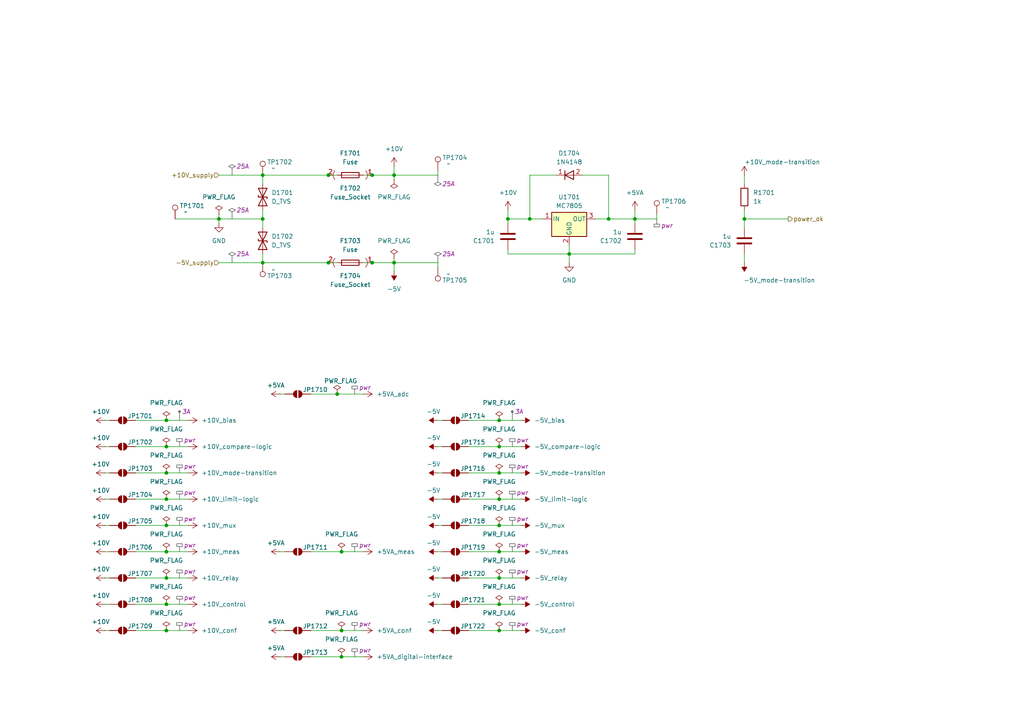
<source format=kicad_sch>
(kicad_sch (version 20231120) (generator "eeschema") (generator_version "8.0")
  (paper "A4")
  (title_block (title "Power Supply Sink") (date "2024-12-14") (rev "1.0.0") (company "Open Battery Tester") (comment 1 "Power"))
  (lib_symbols
    (symbol "Fuse_Socket_1" (pin_names (offset 0))
      (property "Reference" "F" (at -0.508 0 90))
      (property "Value" "Fuse_Socket" (at -2.54 0 90))
      (symbol "Fuse_Socket_1_1_1"
        (pin passive line (at 0 6.35 270) (length 1.27) (name "~") (number "1"))
        (pin passive line (at 0 -6.35 90) (length 1.27) (name "~") (number "2"))
      )
    )
    (symbol "pss:+10V" (power) (pin_numbers hide) (pin_names (offset 0) hide)
      (property "Value" "+10V" (at 0 3.556 0))
      (symbol "+10V_1_1"
        (pin power_in line (at 0 0 90) (length 0) (name "~") (number "1"))
      )
    )
    (symbol "pss:+10V_bias" (power) (pin_numbers hide) (pin_names (offset 0) hide)
      (property "Value" "+10V_bias" (at 0 3.556 0))
      (symbol "+10V_bias_1_1"
        (pin power_in line (at 0 0 90) (length 0) (name "~") (number "1"))
      )
    )
    (symbol "pss:+10V_compare-logic" (power) (pin_numbers hide) (pin_names (offset 0) hide)
      (property "Value" "+10V_compare-logic" (at 0 3.556 0))
      (symbol "+10V_compare-logic_1_1"
        (pin power_in line (at 0 0 90) (length 0) (name "~") (number "1"))
      )
    )
    (symbol "pss:+10V_conf" (power) (pin_numbers hide) (pin_names (offset 0) hide)
      (property "Value" "+10V_conf" (at 0 3.556 0))
      (symbol "+10V_conf_1_1"
        (pin power_in line (at 0 0 90) (length 0) (name "~") (number "1"))
      )
    )
    (symbol "pss:+10V_control" (power) (pin_numbers hide) (pin_names (offset 0) hide)
      (property "Value" "+10V_control" (at 0 3.556 0))
      (symbol "+10V_control_1_1"
        (pin power_in line (at 0 0 90) (length 0) (name "~") (number "1"))
      )
    )
    (symbol "pss:+10V_limit-logic" (power) (pin_numbers hide) (pin_names (offset 0) hide)
      (property "Value" "+10V_limit-logic" (at 0 3.556 0))
      (symbol "+10V_limit-logic_1_1"
        (pin power_in line (at 0 0 90) (length 0) (name "~") (number "1"))
      )
    )
    (symbol "pss:+10V_meas" (power) (pin_numbers hide) (pin_names (offset 0) hide)
      (property "Value" "+10V_meas" (at 0 3.556 0))
      (symbol "+10V_meas_1_1"
        (pin power_in line (at 0 0 90) (length 0) (name "~") (number "1"))
      )
    )
    (symbol "pss:+10V_mode-transition" (power) (pin_numbers hide) (pin_names (offset 0) hide)
      (property "Value" "+10V_mode-transition" (at 0 3.556 0))
      (symbol "+10V_mode-transition_1_1"
        (pin power_in line (at 0 0 90) (length 0) (name "~") (number "1"))
      )
    )
    (symbol "pss:+10V_mux" (power) (pin_numbers hide) (pin_names (offset 0) hide)
      (property "Value" "+10V_mux" (at 0 3.556 0))
      (symbol "+10V_mux_1_1"
        (pin power_in line (at 0 0 90) (length 0) (name "~") (number "1"))
      )
    )
    (symbol "pss:+10V_relay" (power) (pin_numbers hide) (pin_names (offset 0) hide)
      (property "Value" "+10V_relay" (at 0 3.556 0))
      (symbol "+10V_relay_1_1"
        (pin power_in line (at 0 0 90) (length 0) (name "~") (number "1"))
      )
    )
    (symbol "pss:+5VA" (power) (pin_numbers hide) (pin_names (offset 0) hide)
      (property "Value" "+5VA" (at 0 3.556 0))
      (symbol "+5VA_1_1"
        (pin power_in line (at 0 0 90) (length 0) (name "~") (number "1"))
      )
    )
    (symbol "pss:+5VA_adc" (power) (pin_numbers hide) (pin_names (offset 0) hide)
      (property "Value" "+5VA_adc" (at 0 3.556 0))
      (symbol "+5VA_adc_1_1"
        (pin power_in line (at 0 0 90) (length 0) (name "~") (number "1"))
      )
    )
    (symbol "pss:+5VA_conf" (power) (pin_numbers hide) (pin_names (offset 0) hide)
      (property "Value" "+5VA_conf" (at 0 3.556 0))
      (symbol "+5VA_conf_1_1"
        (pin power_in line (at 0 0 90) (length 0) (name "~") (number "1"))
      )
    )
    (symbol "pss:+5VA_digital-interface" (power) (pin_numbers hide) (pin_names (offset 0) hide)
      (property "Value" "+5VA_digital-interface" (at 0 3.556 0))
      (symbol "+5VA_digital-interface_1_1"
        (pin power_in line (at 0 0 90) (length 0) (name "~") (number "1"))
      )
    )
    (symbol "pss:+5VA_meas" (power) (pin_numbers hide) (pin_names (offset 0) hide)
      (property "Value" "+5VA_meas" (at 0 3.556 0))
      (symbol "+5VA_meas_1_1"
        (pin power_in line (at 0 0 90) (length 0) (name "~") (number "1"))
      )
    )
    (symbol "pss:-5V" (power) (pin_numbers hide) (pin_names (offset 0) hide)
      (property "Value" "-5V" (at 0 3.556 0))
      (symbol "-5V_0_0"
        (pin power_in line (at 0 0 90) (length 0) (name "~") (number "1"))
      )
    )
    (symbol "pss:-5V_bias" (power) (pin_numbers hide) (pin_names (offset 0) hide)
      (property "Value" "-5V_bias" (at 0 3.556 0))
      (symbol "-5V_bias_0_0"
        (pin power_in line (at 0 0 90) (length 0) (name "~") (number "1"))
      )
    )
    (symbol "pss:-5V_compare-logic" (power) (pin_numbers hide) (pin_names (offset 0) hide)
      (property "Value" "-5V_compare-logic" (at 0 3.556 0))
      (symbol "-5V_compare-logic_0_0"
        (pin power_in line (at 0 0 90) (length 0) (name "~") (number "1"))
      )
    )
    (symbol "pss:-5V_conf" (power) (pin_numbers hide) (pin_names (offset 0) hide)
      (property "Value" "-5V_conf" (at 0 3.556 0))
      (symbol "-5V_conf_0_0"
        (pin power_in line (at 0 0 90) (length 0) (name "~") (number "1"))
      )
    )
    (symbol "pss:-5V_control" (power) (pin_numbers hide) (pin_names (offset 0) hide)
      (property "Value" "-5V_control" (at 0 3.556 0))
      (symbol "-5V_control_0_0"
        (pin power_in line (at 0 0 90) (length 0) (name "~") (number "1"))
      )
    )
    (symbol "pss:-5V_limit-logic" (power) (pin_numbers hide) (pin_names (offset 0) hide)
      (property "Value" "-5V_limit-logic" (at 0 3.556 0))
      (symbol "-5V_limit-logic_0_0"
        (pin power_in line (at 0 0 90) (length 0) (name "~") (number "1"))
      )
    )
    (symbol "pss:-5V_meas" (power) (pin_numbers hide) (pin_names (offset 0) hide)
      (property "Value" "-5V_meas" (at 0 3.556 0))
      (symbol "-5V_meas_0_0"
        (pin power_in line (at 0 0 90) (length 0) (name "~") (number "1"))
      )
    )
    (symbol "pss:-5V_mode-transition" (power) (pin_numbers hide) (pin_names (offset 0) hide)
      (property "Value" "-5V_mode-transition" (at 0 3.556 0))
      (symbol "-5V_mode-transition_0_0"
        (pin power_in line (at 0 0 90) (length 0) (name "~") (number "1"))
      )
    )
    (symbol "pss:-5V_mux" (power) (pin_numbers hide) (pin_names (offset 0) hide)
      (property "Value" "-5V_mux" (at 0 3.556 0))
      (symbol "-5V_mux_0_0"
        (pin power_in line (at 0 0 90) (length 0) (name "~") (number "1"))
      )
    )
    (symbol "pss:-5V_relay" (power) (pin_numbers hide) (pin_names (offset 0) hide)
      (property "Value" "-5V_relay" (at 0 3.556 0))
      (symbol "-5V_relay_0_0"
        (pin power_in line (at 0 0 90) (length 0) (name "~") (number "1"))
      )
    )
    (symbol "pss:C" (pin_numbers hide) (pin_names (offset 0.254))
      (property "Reference" "C" (at 0.635 2.54 0))
      (property "Value" "C" (at 0.635 -2.54 0))
      (symbol "C_1_1"
        (pin passive line (at 0 3.81 270) (length 2.794) (name "~") (number "1"))
        (pin passive line (at 0 -3.81 90) (length 2.794) (name "~") (number "2"))
      )
    )
    (symbol "pss:D" (pin_names (offset 1.016) hide)
      (property "Reference" "D" (at 0 2.54 0))
      (property "Value" "D" (at 0 -2.54 0))
      (symbol "D_1_1"
        (pin passive line (at -3.81 0 0) (length 2.54) (name "K") (number "1"))
        (pin passive line (at 3.81 0 180) (length 2.54) (name "A") (number "2"))
      )
    )
    (symbol "pss:D_TVS" (pin_numbers hide) (pin_names (offset 1.016) hide)
      (property "Reference" "D" (at 0 2.54 0))
      (property "Value" "D_TVS" (at 0 -2.54 0))
      (symbol "D_TVS_1_1"
        (pin passive line (at -3.81 0 0) (length 2.54) (name "A1") (number "1"))
        (pin passive line (at 3.81 0 180) (length 2.54) (name "A2") (number "2"))
      )
    )
    (symbol "pss:Fuse" (pin_numbers hide) (pin_names (offset 0))
      (property "Reference" "F" (at 2.032 0 90))
      (property "Value" "Fuse" (at -1.905 0 90))
      (symbol "Fuse_1_1"
        (pin passive line (at 0 3.81 270) (length 1.27) (name "~") (number "1"))
        (pin passive line (at 0 -3.81 90) (length 1.27) (name "~") (number "2"))
      )
    )
    (symbol "pss:Fuse_Socket" (pin_names (offset 0))
      (property "Reference" "F" (at -0.508 0 90))
      (property "Value" "Fuse_Socket" (at -2.54 0 90))
      (symbol "Fuse_Socket_1_1"
        (pin passive line (at 0 6.35 270) (length 1.27) (name "~") (number "1"))
        (pin passive line (at 0 -6.35 90) (length 1.27) (name "~") (number "2"))
      )
    )
    (symbol "pss:GND" (power) (pin_numbers hide) (pin_names (offset 0) hide)
      (property "Value" "GND" (at 0 -3.81 0))
      (symbol "GND_1_1"
        (pin power_in line (at 0 0 270) (length 0) (name "~") (number "1"))
      )
    )
    (symbol "pss:MC7805" (pin_names (offset 0.254))
      (property "Reference" "U" (at -3.81 3.175 0))
      (property "Value" "MC7805" (at 0 3.175 0))
      (symbol "MC7805_1_1"
        (pin power_in line (at -7.62 0 0) (length 2.54) (name "IN") (number "1"))
        (pin power_in line (at 0 -7.62 90) (length 2.54) (name "GND") (number "2"))
        (pin power_out line (at 7.62 0 180) (length 2.54) (name "OUT") (number "3"))
      )
    )
    (symbol "pss:PWR_FLAG" (power) (pin_numbers hide) (pin_names (offset 0) hide)
      (property "Value" "PWR_FLAG" (at 0 3.81 0))
      (symbol "PWR_FLAG_0_0"
        (pin power_out line (at 0 0 90) (length 0) (name "~") (number "1"))
      )
    )
    (symbol "pss:R" (pin_numbers hide) (pin_names (offset 0))
      (property "Reference" "R" (at 2.032 0 90))
      (property "Value" "R" (at 0 0 90))
      (symbol "R_1_1"
        (pin passive line (at 0 3.81 270) (length 1.27) (name "~") (number "1"))
        (pin passive line (at 0 -3.81 90) (length 1.27) (name "~") (number "2"))
      )
    )
    (symbol "pss:SolderJumper_2_Open" (pin_numbers hide) (pin_names (offset 0) hide) (exclude_from_sim yes) (in_bom no)
      (property "Reference" "JP" (at 0 2.032 0))
      (property "Value" "SolderJumper_2_Open" (at 0 -2.54 0))
      (symbol "SolderJumper_2_Open_1_1"
        (pin passive line (at -3.81 0 0) (length 2.54) (name "A") (number "1"))
        (pin passive line (at 3.81 0 180) (length 2.54) (name "B") (number "2"))
      )
    )
    (symbol "pss:TestPoint" (pin_numbers hide) (pin_names (offset 0.762) hide)
      (property "Reference" "TP" (at 0 6.858 0))
      (property "Value" "TestPoint" (at 0 5.08 0))
      (symbol "TestPoint_1_1"
        (pin passive line (at 0 0 90) (length 2.54) (name "1") (number "1"))
      )
    )
  )
  (junction (at 48.26 175.26))
  (junction (at 114.3 76.2))
  (junction (at 48.26 167.64))
  (junction (at 48.26 129.54))
  (junction (at 99.06 182.88))
  (junction (at 95.25 50.8))
  (junction (at 144.78 121.92))
  (junction (at 144.78 152.4))
  (junction (at 107.95 50.8))
  (junction (at 215.9 63.5))
  (junction (at 48.26 137.16))
  (junction (at 144.78 167.64))
  (junction (at 147.32 63.5))
  (junction (at 107.95 76.2))
  (junction (at 95.25 76.2))
  (junction (at 63.5 63.5))
  (junction (at 76.2 63.5))
  (junction (at 76.2 50.8))
  (junction (at 144.78 129.54))
  (junction (at 76.2 76.2))
  (junction (at 144.78 144.78))
  (junction (at 144.78 160.02))
  (junction (at 144.78 175.26))
  (junction (at 97.79 114.3))
  (junction (at 114.3 50.8))
  (junction (at 48.26 121.92))
  (junction (at 99.06 190.5))
  (junction (at 144.78 182.88))
  (junction (at 48.26 144.78))
  (junction (at 153.67 63.5))
  (junction (at 144.78 137.16))
  (junction (at 165.1 73.66))
  (junction (at 184.15 63.5))
  (junction (at 48.26 160.02))
  (junction (at 99.06 160.02))
  (junction (at 48.26 182.88))
  (junction (at 48.26 152.4))
  (junction (at 176.53 63.5))
  (wire (pts (xy 144.78 144.78) (xy 151.13 144.78)))
  (wire (pts (xy 144.78 160.02) (xy 151.13 160.02)))
  (wire (pts (xy 81.28 160.02) (xy 82.55 160.02)))
  (wire (pts (xy 127 137.16) (xy 128.27 137.16)))
  (wire (pts (xy 114.3 76.2) (xy 127 76.2)))
  (wire (pts (xy 127 49.53) (xy 127 50.8)))
  (wire (pts (xy 161.29 50.8) (xy 153.67 50.8)))
  (wire (pts (xy 81.28 190.5) (xy 82.55 190.5)))
  (wire (pts (xy 63.5 64.77) (xy 63.5 63.5)))
  (wire (pts (xy 30.48 175.26) (xy 31.75 175.26)))
  (wire (pts (xy 105.41 50.8) (xy 107.95 50.8)))
  (wire (pts (xy 81.28 114.3) (xy 82.55 114.3)))
  (wire (pts (xy 76.2 63.5) (xy 76.2 66.04)))
  (wire (pts (xy 76.2 50.8) (xy 95.25 50.8)))
  (wire (pts (xy 144.78 121.92) (xy 151.13 121.92)))
  (wire (pts (xy 114.3 74.93) (xy 114.3 76.2)))
  (wire (pts (xy 168.91 50.8) (xy 176.53 50.8)))
  (wire (pts (xy 39.37 144.78) (xy 48.26 144.78)))
  (wire (pts (xy 127 77.47) (xy 127 76.2)))
  (wire (pts (xy 48.26 152.4) (xy 54.61 152.4)))
  (wire (pts (xy 165.1 73.66) (xy 165.1 76.2)))
  (wire (pts (xy 30.48 152.4) (xy 31.75 152.4)))
  (wire (pts (xy 127 167.64) (xy 128.27 167.64)))
  (wire (pts (xy 99.06 182.88) (xy 105.41 182.88)))
  (wire (pts (xy 135.89 182.88) (xy 144.78 182.88)))
  (wire (pts (xy 81.28 182.88) (xy 82.55 182.88)))
  (wire (pts (xy 144.78 137.16) (xy 151.13 137.16)))
  (wire (pts (xy 39.37 152.4) (xy 48.26 152.4)))
  (wire (pts (xy 95.25 76.2) (xy 97.79 76.2)))
  (wire (pts (xy 76.2 50.8) (xy 63.5 50.8)))
  (wire (pts (xy 165.1 71.12) (xy 165.1 73.66)))
  (wire (pts (xy 165.1 73.66) (xy 147.32 73.66)))
  (wire (pts (xy 63.5 76.2) (xy 76.2 76.2)))
  (wire (pts (xy 144.78 175.26) (xy 151.13 175.26)))
  (wire (pts (xy 90.17 182.88) (xy 99.06 182.88)))
  (wire (pts (xy 50.8 63.5) (xy 63.5 63.5)))
  (wire (pts (xy 215.9 63.5) (xy 215.9 66.04)))
  (wire (pts (xy 90.17 114.3) (xy 97.79 114.3)))
  (wire (pts (xy 39.37 182.88) (xy 48.26 182.88)))
  (wire (pts (xy 76.2 50.8) (xy 76.2 53.34)))
  (wire (pts (xy 190.5 63.5) (xy 184.15 63.5)))
  (wire (pts (xy 97.79 114.3) (xy 105.41 114.3)))
  (wire (pts (xy 48.26 167.64) (xy 54.61 167.64)))
  (wire (pts (xy 30.48 137.16) (xy 31.75 137.16)))
  (wire (pts (xy 135.89 167.64) (xy 144.78 167.64)))
  (wire (pts (xy 184.15 73.66) (xy 165.1 73.66)))
  (wire (pts (xy 30.48 167.64) (xy 31.75 167.64)))
  (wire (pts (xy 153.67 63.5) (xy 147.32 63.5)))
  (wire (pts (xy 30.48 129.54) (xy 31.75 129.54)))
  (wire (pts (xy 30.48 121.92) (xy 31.75 121.92)))
  (wire (pts (xy 48.26 121.92) (xy 54.61 121.92)))
  (wire (pts (xy 127 144.78) (xy 128.27 144.78)))
  (wire (pts (xy 176.53 63.5) (xy 184.15 63.5)))
  (wire (pts (xy 114.3 48.26) (xy 114.3 50.8)))
  (wire (pts (xy 184.15 64.77) (xy 184.15 63.5)))
  (wire (pts (xy 127 129.54) (xy 128.27 129.54)))
  (wire (pts (xy 127 175.26) (xy 128.27 175.26)))
  (wire (pts (xy 147.32 73.66) (xy 147.32 72.39)))
  (wire (pts (xy 76.2 76.2) (xy 95.25 76.2)))
  (wire (pts (xy 127 182.88) (xy 128.27 182.88)))
  (wire (pts (xy 157.48 63.5) (xy 153.67 63.5)))
  (wire (pts (xy 39.37 175.26) (xy 48.26 175.26)))
  (wire (pts (xy 99.06 160.02) (xy 90.17 160.02)))
  (wire (pts (xy 127 152.4) (xy 128.27 152.4)))
  (wire (pts (xy 48.26 182.88) (xy 54.61 182.88)))
  (wire (pts (xy 90.17 190.5) (xy 99.06 190.5)))
  (wire (pts (xy 184.15 72.39) (xy 184.15 73.66)))
  (wire (pts (xy 144.78 182.88) (xy 151.13 182.88)))
  (wire (pts (xy 30.48 182.88) (xy 31.75 182.88)))
  (wire (pts (xy 147.32 63.5) (xy 147.32 64.77)))
  (wire (pts (xy 39.37 160.02) (xy 48.26 160.02)))
  (wire (pts (xy 135.89 137.16) (xy 144.78 137.16)))
  (wire (pts (xy 135.89 144.78) (xy 144.78 144.78)))
  (wire (pts (xy 63.5 63.5) (xy 76.2 63.5)))
  (wire (pts (xy 48.26 144.78) (xy 54.61 144.78)))
  (wire (pts (xy 99.06 190.5) (xy 105.41 190.5)))
  (wire (pts (xy 39.37 121.92) (xy 48.26 121.92)))
  (wire (pts (xy 127 50.8) (xy 114.3 50.8)))
  (wire (pts (xy 215.9 50.8) (xy 215.9 53.34)))
  (wire (pts (xy 48.26 160.02) (xy 54.61 160.02)))
  (wire (pts (xy 135.89 152.4) (xy 144.78 152.4)))
  (wire (pts (xy 215.9 63.5) (xy 228.6 63.5)))
  (wire (pts (xy 107.95 50.8) (xy 114.3 50.8)))
  (wire (pts (xy 184.15 60.96) (xy 184.15 63.5)))
  (wire (pts (xy 95.25 50.8) (xy 97.79 50.8)))
  (wire (pts (xy 190.5 62.23) (xy 190.5 63.5)))
  (wire (pts (xy 39.37 167.64) (xy 48.26 167.64)))
  (wire (pts (xy 127 160.02) (xy 128.27 160.02)))
  (wire (pts (xy 147.32 60.96) (xy 147.32 63.5)))
  (wire (pts (xy 215.9 73.66) (xy 215.9 76.2)))
  (wire (pts (xy 48.26 129.54) (xy 54.61 129.54)))
  (wire (pts (xy 105.41 160.02) (xy 99.06 160.02)))
  (wire (pts (xy 48.26 137.16) (xy 54.61 137.16)))
  (wire (pts (xy 107.95 76.2) (xy 114.3 76.2)))
  (wire (pts (xy 144.78 129.54) (xy 151.13 129.54)))
  (wire (pts (xy 105.41 76.2) (xy 107.95 76.2)))
  (wire (pts (xy 30.48 144.78) (xy 31.75 144.78)))
  (wire (pts (xy 153.67 50.8) (xy 153.67 63.5)))
  (wire (pts (xy 144.78 167.64) (xy 151.13 167.64)))
  (wire (pts (xy 63.5 62.23) (xy 63.5 63.5)))
  (wire (pts (xy 135.89 175.26) (xy 144.78 175.26)))
  (wire (pts (xy 48.26 175.26) (xy 54.61 175.26)))
  (wire (pts (xy 172.72 63.5) (xy 176.53 63.5)))
  (wire (pts (xy 135.89 160.02) (xy 144.78 160.02)))
  (wire (pts (xy 39.37 137.16) (xy 48.26 137.16)))
  (wire (pts (xy 127 121.92) (xy 128.27 121.92)))
  (wire (pts (xy 135.89 121.92) (xy 144.78 121.92)))
  (wire (pts (xy 144.78 152.4) (xy 151.13 152.4)))
  (wire (pts (xy 39.37 129.54) (xy 48.26 129.54)))
  (wire (pts (xy 76.2 60.96) (xy 76.2 63.5)))
  (wire (pts (xy 114.3 76.2) (xy 114.3 78.74)))
  (wire (pts (xy 30.48 160.02) (xy 31.75 160.02)))
  (wire (pts (xy 114.3 50.8) (xy 114.3 52.07)))
  (wire (pts (xy 135.89 129.54) (xy 144.78 129.54)))
  (wire (pts (xy 215.9 60.96) (xy 215.9 63.5)))
  (wire (pts (xy 176.53 50.8) (xy 176.53 63.5)))
  (wire (pts (xy 76.2 73.66) (xy 76.2 76.2)))
  (hierarchical_label "-5V_supply" (shape input) (at 63.5 76.2 180))
  (hierarchical_label "power_ok" (shape output) (at 228.6 63.5 0))
  (hierarchical_label "+10V_supply" (shape input) (at 63.5 50.8 180))
  (netclass_flag "" (length 1.905) (shape rectangle) (at 148.59 175.26 0) (property "Netclass" "pwr" (at 149.7965 173.355 0) (effects (font (italic yes)) (justify left))))
  (netclass_flag "" (length 1.905) (shape rectangle) (at 52.07 182.88 0) (property "Netclass" "pwr" (at 53.2765 180.975 0) (effects (font (italic yes)) (justify left))))
  (netclass_flag "" (length 1.905) (shape rectangle) (at 52.07 152.4 0) (property "Netclass" "pwr" (at 53.2765 150.495 0) (effects (font (italic yes)) (justify left))))
  (netclass_flag "" (length 1.905) (shape rectangle) (at 148.59 182.88 0) (property "Netclass" "pwr" (at 149.7965 180.975 0) (effects (font (italic yes)) (justify left))))
  (netclass_flag "" (length 1.905) (shape rectangle) (at 52.07 160.02 0) (property "Netclass" "pwr" (at 53.2765 158.115 0) (effects (font (italic yes)) (justify left))))
  (netclass_flag "" (length 1.905) (shape rectangle) (at 148.59 129.54 0) (property "Netclass" "pwr" (at 149.7965 127.635 0) (effects (font (italic yes)) (justify left))))
  (netclass_flag "" (length 1.905) (shape rectangle) (at 52.07 129.54 0) (property "Netclass" "pwr" (at 53.2765 127.635 0) (effects (font (italic yes)) (justify left))))
  (netclass_flag "" (length 1.905) (shape rectangle) (at 102.87 114.3 0) (property "Netclass" "pwr" (at 104.0765 112.395 0) (effects (font (italic yes)) (justify left))))
  (netclass_flag "" (length 1.905) (shape rectangle) (at 52.07 167.64 0) (property "Netclass" "pwr" (at 53.2765 165.735 0) (effects (font (italic yes)) (justify left))))
  (netclass_flag "" (length 2.54) (shape diamond) (at 67.31 76.2 0) (property "Netclass" "25A" (at 68.5165 73.66 0) (effects (font (italic yes)) (justify left))))
  (netclass_flag "" (length 1.905) (shape rectangle) (at 52.07 175.26 0) (property "Netclass" "pwr" (at 53.2765 173.355 0) (effects (font (italic yes)) (justify left))))
  (netclass_flag "" (length 1.905) (shape rectangle) (at 102.87 182.88 0) (property "Netclass" "pwr" (at 104.0765 180.975 0) (effects (font (italic yes)) (justify left))))
  (netclass_flag "" (length 1.905) (shape rectangle) (at 148.59 152.4 0) (property "Netclass" "pwr" (at 149.7965 150.495 0) (effects (font (italic yes)) (justify left))))
  (netclass_flag "" (length 1.905) (shape rectangle) (at 52.07 144.78 0) (property "Netclass" "pwr" (at 53.2765 142.875 0) (effects (font (italic yes)) (justify left))))
  (netclass_flag "" (length 1.905) (shape rectangle) (at 190.5 63.5 180) (property "Netclass" "pwr" (at 191.7065 65.405 0) (effects (font (italic yes)) (justify left))))
  (netclass_flag "" (length 1.905) (shape rectangle) (at 148.59 137.16 0) (property "Netclass" "pwr" (at 149.7965 135.255 0) (effects (font (italic yes)) (justify left))))
  (netclass_flag "" (length 1.905) (shape rectangle) (at 52.07 137.16 0) (property "Netclass" "pwr" (at 53.2765 135.255 0) (effects (font (italic yes)) (justify left))))
  (netclass_flag "" (length 1.905) (shape rectangle) (at 148.59 144.78 0) (property "Netclass" "pwr" (at 149.7965 142.875 0) (effects (font (italic yes)) (justify left))))
  (netclass_flag "" (length 2.54) (shape dot) (at 148.59 121.92 0) (property "Netclass" "3A" (at 149.2885 119.38 0) (effects (font (italic yes)) (justify left))))
  (netclass_flag "" (length 2.54) (shape diamond) (at 67.31 50.8 0) (property "Netclass" "25A" (at 68.5165 48.26 0) (effects (font (italic yes)) (justify left))))
  (netclass_flag "" (length 2.54) (shape diamond) (at 127 50.8 180) (property "Netclass" "25A" (at 128.2065 53.34 0) (effects (font (italic yes)) (justify left))))
  (netclass_flag "" (length 1.905) (shape rectangle) (at 102.87 160.02 0) (property "Netclass" "pwr" (at 104.0765 158.115 0) (effects (font (italic yes)) (justify left))))
  (netclass_flag "" (length 2.54) (shape dot) (at 52.07 121.92 0) (property "Netclass" "3A" (at 52.7685 119.38 0) (effects (font (italic yes)) (justify left))))
  (netclass_flag "" (length 1.905) (shape rectangle) (at 148.59 160.02 0) (property "Netclass" "pwr" (at 149.7965 158.115 0) (effects (font (italic yes)) (justify left))))
  (netclass_flag "" (length 1.905) (shape rectangle) (at 148.59 167.64 0) (property "Netclass" "pwr" (at 149.7965 165.735 0) (effects (font (italic yes)) (justify left))))
  (netclass_flag "" (length 2.54) (shape diamond) (at 127 76.2 0) (property "Netclass" "25A" (at 128.2065 73.66 0) (effects (font (italic yes)) (justify left))))
  (netclass_flag "" (length 1.905) (shape rectangle) (at 102.87 190.5 0) (property "Netclass" "pwr" (at 104.0765 188.595 0) (effects (font (italic yes)) (justify left))))
  (netclass_flag "" (length 2.54) (shape diamond) (at 67.31 63.5 0) (property "Netclass" "25A" (at 68.5165 60.96 0) (effects (font (italic yes)) (justify left))))
  (symbol (lib_id "pss:-5V") (at 127 160.02 90) (unit 1)
    (property "Reference" "#PWR01735" (effects (hide yes)))
    (property "Value" "-5V" (at 125.73 157.48 90))
    (property "Description" "Power symbol creates a global label with name \"-5V\"" (effects (hide yes)))
  )
  (symbol (lib_id "pss:SolderJumper_2_Open") (at 86.36 160.02 0) (unit 1) (exclude_from_sim yes) (in_bom no)
    (property "Reference" "JP1711" (at 91.44 158.75 0))
    (property "Value" "SolderJumper_2_Open" (effects (hide yes)))
    (property "Footprint" "pss:SolderJumper-2_P1.3mm_Open_RoundedPad1.0x1.5mm" (effects (hide yes)))
    (property "Description" "Solder Jumper, 2-pole, open" (effects (hide yes)))
  )
  (symbol (lib_id "pss:TestPoint") (at 50.8 63.5 0) (unit 1)
    (property "Reference" "TP1701" (at 52.07 59.69 0) (effects (justify left)))
    (property "Value" "~" (at 53.34 61.4679 0) (effects (justify left)))
    (property "Footprint" "pss:TP_0805_2012Metric" (effects (hide yes)))
    (property "Datasheet" "./datasheet/RCTCTE.pdf" (effects (hide yes)))
    (property "Description" "test point" (effects (hide yes)))
    (property "MPN" "RCTCTE" (effects (hide yes)))
    (property "VPN" "660-RCTCTE" (effects (hide yes)))
  )
  (symbol (lib_id "pss:SolderJumper_2_Open") (at 132.08 137.16 0) (unit 1) (exclude_from_sim yes) (in_bom no)
    (property "Reference" "JP1716" (at 137.16 135.89 0))
    (property "Value" "SolderJumper_2_Open" (effects (hide yes)))
    (property "Footprint" "pss:SolderJumper-2_P1.3mm_Open_RoundedPad1.0x1.5mm" (effects (hide yes)))
    (property "Description" "Solder Jumper, 2-pole, open" (effects (hide yes)))
  )
  (symbol (lib_id "pss:-5V") (at 127 167.64 90) (unit 1)
    (property "Reference" "#PWR01736" (effects (hide yes)))
    (property "Value" "-5V" (at 125.73 165.1 90))
    (property "Description" "Power symbol creates a global label with name \"-5V\"" (effects (hide yes)))
  )
  (symbol (lib_id "pss:+10V_conf") (at 54.61 182.88 270) (unit 1)
    (property "Reference" "#PWR01718" (effects (hide yes)))
    (property "Value" "+10V_conf" (at 58.42 182.8799 90) (effects (justify left)))
  )
  (symbol (lib_id "pss:PWR_FLAG") (at 48.26 152.4 0) (unit 1)
    (property "Reference" "#FLG01705" (effects (hide yes)))
    (property "Value" "PWR_FLAG" (at 48.26 147.32 0))
    (property "Description" "Special symbol for telling ERC where power comes from" (effects (hide yes)))
  )
  (symbol (lib_id "pss:D_TVS") (at 76.2 57.15 90) (unit 1)
    (property "Reference" "D1701" (at 78.74 55.8799 90) (effects (justify right)))
    (property "Value" "D_TVS" (at 78.74 58.4199 90) (effects (justify right)))
    (property "Footprint" "pss:D_SOD-323_HandSoldering" (effects (hide yes)))
    (property "Datasheet" "./datasheet/UDD32C15L01.pdf" (effects (hide yes)))
    (property "Description" "Bidirectional transient-voltage-suppression diode" (effects (hide yes)))
    (property "MPN" "UDD32C15L01" (effects (hide yes)))
    (property "VPN" "603-UDD32C15L01" (effects (hide yes)))
  )
  (symbol (lib_id "pss:SolderJumper_2_Open") (at 132.08 144.78 0) (unit 1) (exclude_from_sim yes) (in_bom no)
    (property "Reference" "JP1717" (at 137.16 143.51 0))
    (property "Value" "SolderJumper_2_Open" (effects (hide yes)))
    (property "Footprint" "pss:SolderJumper-2_P1.3mm_Open_RoundedPad1.0x1.5mm" (effects (hide yes)))
    (property "Description" "Solder Jumper, 2-pole, open" (effects (hide yes)))
  )
  (symbol (lib_id "pss:-5V_conf") (at 151.13 182.88 270) (unit 1)
    (property "Reference" "#PWR01747" (effects (hide yes)))
    (property "Value" "-5V_conf" (at 154.94 182.8799 90) (effects (justify left)))
  )
  (symbol (lib_id "pss:SolderJumper_2_Open") (at 35.56 182.88 0) (unit 1) (exclude_from_sim yes) (in_bom no)
    (property "Reference" "JP1709" (at 40.64 181.61 0))
    (property "Value" "SolderJumper_2_Open" (effects (hide yes)))
    (property "Footprint" "pss:SolderJumper-2_P1.3mm_Open_RoundedPad1.0x1.5mm" (effects (hide yes)))
    (property "Description" "Solder Jumper, 2-pole, open" (effects (hide yes)))
  )
  (symbol (lib_id "pss:-5V") (at 127 152.4 90) (unit 1)
    (property "Reference" "#PWR01734" (effects (hide yes)))
    (property "Value" "-5V" (at 125.73 149.86 90))
    (property "Description" "Power symbol creates a global label with name \"-5V\"" (effects (hide yes)))
  )
  (symbol (lib_id "pss:-5V") (at 127 137.16 90) (unit 1)
    (property "Reference" "#PWR01732" (effects (hide yes)))
    (property "Value" "-5V" (at 125.73 134.62 90))
    (property "Description" "Power symbol creates a global label with name \"-5V\"" (effects (hide yes)))
  )
  (symbol (lib_id "pss:-5V_limit-logic") (at 220.98 -45.72 0) (unit 1)
    (property "Reference" "#PWR01754" (effects (hide yes)))
    (property "Value" "-5V_limit-logic" (at 220.9799 -49.53 90) (effects (justify left)))
  )
  (symbol (lib_id "pss:TestPoint") (at 76.2 50.8 0) (unit 1)
    (property "Reference" "TP1702" (at 77.47 46.99 0) (effects (justify left)))
    (property "Value" "~" (at 78.74 48.7679 0) (effects (justify left)))
    (property "Footprint" "pss:TP_0805_2012Metric" (effects (hide yes)))
    (property "Datasheet" "./datasheet/RCTCTE.pdf" (effects (hide yes)))
    (property "Description" "test point" (effects (hide yes)))
    (property "MPN" "RCTCTE" (effects (hide yes)))
    (property "VPN" "660-RCTCTE" (effects (hide yes)))
  )
  (symbol (lib_id "pss:PWR_FLAG") (at 48.26 137.16 0) (unit 1)
    (property "Reference" "#FLG01703" (effects (hide yes)))
    (property "Value" "PWR_FLAG" (at 48.26 132.08 0))
    (property "Description" "Special symbol for telling ERC where power comes from" (effects (hide yes)))
  )
  (symbol (lib_id "pss:C") (at 215.9 69.85 180) (unit 1)
    (property "Reference" "C1703" (at 212.09 71.1201 0) (effects (justify left)))
    (property "Value" "1u" (at 212.09 68.5801 0) (effects (justify left)))
    (property "Footprint" "pss:C_0603_1608Metric_Pad1.08x0.95mm_HandSolder" (effects (hide yes)))
    (property "Datasheet" "./datasheet/C_SMD_X7R_Kemet.pdf" (effects (hide yes)))
    (property "Description" "Unpolarized capacitor" (effects (hide yes)))
    (property "MPN" "C0603C105K4RACTU" (effects (hide yes)))
    (property "VPN" "80-C0603C105K4R" (effects (hide yes)))
  )
  (symbol (lib_id "pss:GND") (at 63.5 64.77 0) (unit 1)
    (property "Reference" "#PWR01719" (effects (hide yes)))
    (property "Value" "GND" (at 63.5 69.85 0))
    (property "Description" "Power symbol creates a global label with name \"GND\" , ground" (effects (hide yes)))
  )
  (symbol (lib_id "pss:+10V_bias") (at 54.61 121.92 270) (unit 1)
    (property "Reference" "#PWR01710" (effects (hide yes)))
    (property "Value" "+10V_bias" (at 58.42 121.9199 90) (effects (justify left)))
  )
  (symbol (lib_id "pss:D") (at 165.1 50.8 0) (unit 1)
    (property "Reference" "D1704" (at 165.1 44.45 0))
    (property "Value" "1N4148" (at 165.1 46.99 0))
    (property "Footprint" "pss:D_SOD-123" (effects (hide yes)))
    (property "Datasheet" "./datasheet/1N4148W-7-F.pdf" (effects (hide yes)))
    (property "Description" "Diode" (effects (hide yes)))
    (property "Sim.Device" "D" (effects (hide yes)))
    (property "Sim.Pins" "1=K 2=A" (effects (hide yes)))
    (property "MPN" "1N4148W-7-F" (effects (hide yes)))
    (property "VPN" "621-1N4148W-F" (effects (hide yes)))
  )
  (symbol (lib_id "pss:PWR_FLAG") (at 48.26 160.02 0) (unit 1)
    (property "Reference" "#FLG01706" (effects (hide yes)))
    (property "Value" "PWR_FLAG" (at 48.26 154.94 0))
    (property "Description" "Special symbol for telling ERC where power comes from" (effects (hide yes)))
  )
  (symbol (lib_id "pss:PWR_FLAG") (at 99.06 160.02 0) (unit 1)
    (property "Reference" "#FLG01712" (effects (hide yes)))
    (property "Value" "PWR_FLAG" (at 99.06 154.94 0))
    (property "Description" "Special symbol for telling ERC where power comes from" (effects (hide yes)))
  )
  (symbol (lib_id "pss:-5V") (at 127 175.26 90) (unit 1)
    (property "Reference" "#PWR01737" (effects (hide yes)))
    (property "Value" "-5V" (at 125.73 172.72 90))
    (property "Description" "Power symbol creates a global label with name \"-5V\"" (effects (hide yes)))
  )
  (symbol (lib_id "pss:SolderJumper_2_Open") (at 86.36 114.3 0) (unit 1) (exclude_from_sim yes) (in_bom no)
    (property "Reference" "JP1710" (at 91.44 113.03 0))
    (property "Value" "SolderJumper_2_Open" (effects (hide yes)))
    (property "Footprint" "pss:SolderJumper-2_P1.3mm_Open_RoundedPad1.0x1.5mm" (effects (hide yes)))
    (property "Description" "Solder Jumper, 2-pole, open" (effects (hide yes)))
  )
  (symbol (lib_id "pss:TestPoint") (at 127 49.53 0) (unit 1)
    (property "Reference" "TP1704" (at 128.27 45.72 0) (effects (justify left)))
    (property "Value" "~" (at 129.54 47.4979 0) (effects (justify left)))
    (property "Footprint" "pss:TP_0805_2012Metric" (effects (hide yes)))
    (property "Datasheet" "./datasheet/RCTCTE.pdf" (effects (hide yes)))
    (property "Description" "test point" (effects (hide yes)))
    (property "MPN" "RCTCTE" (effects (hide yes)))
    (property "VPN" "660-RCTCTE" (effects (hide yes)))
  )
  (symbol (lib_id "pss:+10V") (at 30.48 160.02 90) (unit 1)
    (property "Reference" "#PWR01706" (effects (hide yes)))
    (property "Value" "+10V" (at 29.21 157.48 90))
    (property "Description" "Power symbol creates a global label with name \"+10V\"" (effects (hide yes)))
  )
  (symbol (lib_id "pss:SolderJumper_2_Open") (at 35.56 121.92 0) (unit 1) (exclude_from_sim yes) (in_bom no)
    (property "Reference" "JP1701" (at 40.64 120.65 0))
    (property "Value" "SolderJumper_2_Open" (effects (hide yes)))
    (property "Footprint" "pss:SolderJumper-2_P1.3mm_Open_RoundedPad1.0x1.5mm" (effects (hide yes)))
    (property "Description" "Solder Jumper, 2-pole, open" (effects (hide yes)))
  )
  (symbol (lib_id "pss:PWR_FLAG") (at 144.78 152.4 0) (unit 1)
    (property "Reference" "#FLG01721" (effects (hide yes)))
    (property "Value" "PWR_FLAG" (at 144.78 147.32 0))
    (property "Description" "Special symbol for telling ERC where power comes from" (effects (hide yes)))
  )
  (symbol (lib_id "pss:+5VA") (at 81.28 160.02 90) (unit 1)
    (property "Reference" "#PWR01721" (effects (hide yes)))
    (property "Value" "+5VA" (at 80.01 157.48 90))
    (property "Description" "Power symbol creates a global label with name \"+5VA\"" (effects (hide yes)))
  )
  (symbol (lib_id "pss:-5V_meas") (at 151.13 160.02 270) (unit 1)
    (property "Reference" "#PWR01744" (effects (hide yes)))
    (property "Value" "-5V_meas" (at 154.94 160.0199 90) (effects (justify left)))
  )
  (symbol (lib_id "pss:-5V") (at 127 129.54 90) (unit 1)
    (property "Reference" "#PWR01731" (effects (hide yes)))
    (property "Value" "-5V" (at 125.73 127 90))
    (property "Description" "Power symbol creates a global label with name \"-5V\"" (effects (hide yes)))
  )
  (symbol (lib_id "pss:+5VA") (at 81.28 182.88 90) (unit 1)
    (property "Reference" "#PWR01722" (effects (hide yes)))
    (property "Value" "+5VA" (at 80.01 180.34 90))
    (property "Description" "Power symbol creates a global label with name \"+5VA\"" (effects (hide yes)))
  )
  (symbol (lib_id "pss:Fuse") (at 101.6 50.8 90) (unit 1) (on_board no)
    (property "Reference" "F1701" (at 101.6 44.45 90))
    (property "Value" "Fuse" (at 101.6 46.99 90))
    (property "Datasheet" "./datasheet/0287030.PXCN.pdf" (effects (hide yes)))
    (property "Description" "Fuse" (effects (hide yes)))
    (property "MPN" "0287030.PXCN" (effects (hide yes)))
    (property "VPN" "576-0287030.PXCN" (effects (hide yes)))
  )
  (symbol (lib_id "pss:-5V_control") (at 151.13 175.26 270) (unit 1)
    (property "Reference" "#PWR01746" (effects (hide yes)))
    (property "Value" "-5V_control" (at 154.94 175.2599 90) (effects (justify left)))
  )
  (symbol (lib_id "pss:PWR_FLAG") (at 48.26 175.26 0) (unit 1)
    (property "Reference" "#FLG01708" (effects (hide yes)))
    (property "Value" "PWR_FLAG" (at 48.26 170.18 0))
    (property "Description" "Special symbol for telling ERC where power comes from" (effects (hide yes)))
  )
  (symbol (lib_id "pss:+5VA_meas") (at 105.41 160.02 270) (unit 1)
    (property "Reference" "#PWR01725" (effects (hide yes)))
    (property "Value" "+5VA_meas" (at 109.22 160.0199 90) (effects (justify left)))
  )
  (symbol (lib_id "pss:R") (at 215.9 57.15 180) (unit 1)
    (property "Reference" "R1701" (at 218.44 55.8799 0) (effects (justify right)))
    (property "Value" "1k" (at 218.44 58.4199 0) (effects (justify right)))
    (property "Footprint" "pss:R_1210_3225Metric_Pad1.30x2.65mm_HandSolder" (effects (hide yes)))
    (property "Datasheet" "./datasheet/R_SMD_Yageo.pdf" (effects (hide yes)))
    (property "Description" "Resistor" (effects (hide yes)))
    (property "MPN" "RC1210FR-071KL" (effects (hide yes)))
    (property "VPN" "603-RC1210FR-071KL" (effects (hide yes)))
  )
  (symbol (lib_id "pss:SolderJumper_2_Open") (at 132.08 152.4 0) (unit 1) (exclude_from_sim yes) (in_bom no)
    (property "Reference" "JP1718" (at 137.16 151.13 0))
    (property "Value" "SolderJumper_2_Open" (effects (hide yes)))
    (property "Footprint" "pss:SolderJumper-2_P1.3mm_Open_RoundedPad1.0x1.5mm" (effects (hide yes)))
    (property "Description" "Solder Jumper, 2-pole, open" (effects (hide yes)))
  )
  (symbol (lib_id "pss:+5VA_adc") (at 105.41 114.3 270) (unit 1)
    (property "Reference" "#PWR01724" (effects (hide yes)))
    (property "Value" "+5VA_adc" (at 109.22 114.2999 90) (effects (justify left)))
  )
  (symbol (lib_id "pss:+10V") (at 114.3 48.26 0) (unit 1)
    (property "Reference" "#PWR01728" (effects (hide yes)))
    (property "Value" "+10V" (at 114.3 43.18 0))
    (property "Description" "Power symbol creates a global label with name \"+10V\"" (effects (hide yes)))
  )
  (symbol (lib_id "pss:-5V") (at 127 121.92 90) (unit 1)
    (property "Reference" "#PWR01730" (effects (hide yes)))
    (property "Value" "-5V" (at 125.73 119.38 90))
    (property "Description" "Power symbol creates a global label with name \"-5V\"" (effects (hide yes)))
  )
  (symbol (lib_id "pss:SolderJumper_2_Open") (at 35.56 144.78 0) (unit 1) (exclude_from_sim yes) (in_bom no)
    (property "Reference" "JP1704" (at 40.64 143.51 0))
    (property "Value" "SolderJumper_2_Open" (effects (hide yes)))
    (property "Footprint" "pss:SolderJumper-2_P1.3mm_Open_RoundedPad1.0x1.5mm" (effects (hide yes)))
    (property "Description" "Solder Jumper, 2-pole, open" (effects (hide yes)))
  )
  (symbol (lib_id "pss:+10V_meas") (at 54.61 160.02 270) (unit 1)
    (property "Reference" "#PWR01715" (effects (hide yes)))
    (property "Value" "+10V_meas" (at 58.42 160.0199 90) (effects (justify left)))
  )
  (symbol (lib_id "pss:SolderJumper_2_Open") (at 86.36 190.5 0) (unit 1) (exclude_from_sim yes) (in_bom no)
    (property "Reference" "JP1713" (at 91.44 189.23 0))
    (property "Value" "SolderJumper_2_Open" (effects (hide yes)))
    (property "Footprint" "pss:SolderJumper-2_P1.3mm_Open_RoundedPad1.0x1.5mm" (effects (hide yes)))
    (property "Description" "Solder Jumper, 2-pole, open" (effects (hide yes)))
  )
  (symbol (lib_id "pss:SolderJumper_2_Open") (at 132.08 167.64 0) (unit 1) (exclude_from_sim yes) (in_bom no)
    (property "Reference" "JP1720" (at 137.16 166.37 0))
    (property "Value" "SolderJumper_2_Open" (effects (hide yes)))
    (property "Footprint" "pss:SolderJumper-2_P1.3mm_Open_RoundedPad1.0x1.5mm" (effects (hide yes)))
    (property "Description" "Solder Jumper, 2-pole, open" (effects (hide yes)))
  )
  (symbol (lib_id "pss:PWR_FLAG") (at 144.78 160.02 0) (unit 1)
    (property "Reference" "#FLG01722" (effects (hide yes)))
    (property "Value" "PWR_FLAG" (at 144.78 154.94 0))
    (property "Description" "Special symbol for telling ERC where power comes from" (effects (hide yes)))
  )
  (symbol (lib_id "pss:+10V_mode-transition") (at 215.9 50.8 0) (unit 1)
    (property "Reference" "#PWR01751" (effects (hide yes)))
    (property "Value" "+10V_mode-transition" (at 215.8999 46.99 0) (effects (justify left)))
  )
  (symbol (lib_id "pss:-5V_mode-transition") (at 215.9 76.2 180) (unit 1)
    (property "Reference" "#PWR01752" (effects (hide yes)))
    (property "Value" "-5V_mode-transition" (at 226.06 81.28 0))
  )
  (symbol (lib_id "pss:TestPoint") (at 190.5 62.23 0) (unit 1)
    (property "Reference" "TP1706" (at 191.77 58.42 0) (effects (justify left)))
    (property "Value" "~" (at 193.04 60.1979 0) (effects (justify left)))
    (property "Footprint" "pss:TP_0805_2012Metric" (effects (hide yes)))
    (property "Datasheet" "./datasheet/RCTCTE.pdf" (effects (hide yes)))
    (property "Description" "test point" (effects (hide yes)))
    (property "MPN" "RCTCTE" (effects (hide yes)))
    (property "VPN" "660-RCTCTE" (effects (hide yes)))
  )
  (symbol (lib_id "pss:Fuse") (at 101.6 76.2 90) (unit 1) (on_board no)
    (property "Reference" "F1703" (at 101.6 69.85 90))
    (property "Value" "Fuse" (at 101.6 72.39 90))
    (property "Datasheet" "./datasheet/0287030.PXCN.pdf" (effects (hide yes)))
    (property "Description" "Fuse" (effects (hide yes)))
    (property "MPN" "0287030.PXCN" (effects (hide yes)))
    (property "VPN" "576-0287030.PXCN" (effects (hide yes)))
  )
  (symbol (lib_id "pss:SolderJumper_2_Open") (at 35.56 137.16 0) (unit 1) (exclude_from_sim yes) (in_bom no)
    (property "Reference" "JP1703" (at 40.64 135.89 0))
    (property "Value" "SolderJumper_2_Open" (effects (hide yes)))
    (property "Footprint" "pss:SolderJumper-2_P1.3mm_Open_RoundedPad1.0x1.5mm" (effects (hide yes)))
    (property "Description" "Solder Jumper, 2-pole, open" (effects (hide yes)))
  )
  (symbol (lib_id "pss:PWR_FLAG") (at 97.79 114.3 0) (unit 1)
    (property "Reference" "#FLG01711" (effects (hide yes)))
    (property "Value" "PWR_FLAG" (at 93.98 110.49 0) (effects (justify left)))
    (property "Description" "Special symbol for telling ERC where power comes from" (effects (hide yes)))
  )
  (symbol (lib_id "pss:+10V") (at 30.48 167.64 90) (unit 1)
    (property "Reference" "#PWR01707" (effects (hide yes)))
    (property "Value" "+10V" (at 29.21 165.1 90))
    (property "Description" "Power symbol creates a global label with name \"+10V\"" (effects (hide yes)))
  )
  (symbol (lib_id "pss:SolderJumper_2_Open") (at 35.56 175.26 0) (unit 1) (exclude_from_sim yes) (in_bom no)
    (property "Reference" "JP1708" (at 40.64 173.99 0))
    (property "Value" "SolderJumper_2_Open" (effects (hide yes)))
    (property "Footprint" "pss:SolderJumper-2_P1.3mm_Open_RoundedPad1.0x1.5mm" (effects (hide yes)))
    (property "Description" "Solder Jumper, 2-pole, open" (effects (hide yes)))
  )
  (symbol (lib_id "pss:SolderJumper_2_Open") (at 35.56 129.54 0) (unit 1) (exclude_from_sim yes) (in_bom no)
    (property "Reference" "JP1702" (at 40.64 128.27 0))
    (property "Value" "SolderJumper_2_Open" (effects (hide yes)))
    (property "Footprint" "pss:SolderJumper-2_P1.3mm_Open_RoundedPad1.0x1.5mm" (effects (hide yes)))
    (property "Description" "Solder Jumper, 2-pole, open" (effects (hide yes)))
  )
  (symbol (lib_id "pss:GND") (at 165.1 76.2 0) (unit 1)
    (property "Reference" "#PWR01749" (effects (hide yes)))
    (property "Value" "GND" (at 165.1 81.28 0))
    (property "Description" "Power symbol creates a global label with name \"GND\" , ground" (effects (hide yes)))
  )
  (symbol (lib_id "pss:SolderJumper_2_Open") (at 35.56 152.4 0) (unit 1) (exclude_from_sim yes) (in_bom no)
    (property "Reference" "JP1705" (at 40.64 151.13 0))
    (property "Value" "SolderJumper_2_Open" (effects (hide yes)))
    (property "Footprint" "pss:SolderJumper-2_P1.3mm_Open_RoundedPad1.0x1.5mm" (effects (hide yes)))
    (property "Description" "Solder Jumper, 2-pole, open" (effects (hide yes)))
  )
  (symbol (lib_id "pss:PWR_FLAG") (at 144.78 175.26 0) (unit 1)
    (property "Reference" "#FLG01724" (effects (hide yes)))
    (property "Value" "PWR_FLAG" (at 144.78 170.18 0))
    (property "Description" "Special symbol for telling ERC where power comes from" (effects (hide yes)))
  )
  (symbol (lib_id "pss:SolderJumper_2_Open") (at 35.56 167.64 0) (unit 1) (exclude_from_sim yes) (in_bom no)
    (property "Reference" "JP1707" (at 40.64 166.37 0))
    (property "Value" "SolderJumper_2_Open" (effects (hide yes)))
    (property "Footprint" "pss:SolderJumper-2_P1.3mm_Open_RoundedPad1.0x1.5mm" (effects (hide yes)))
    (property "Description" "Solder Jumper, 2-pole, open" (effects (hide yes)))
  )
  (symbol (lib_id "pss:+5VA") (at 184.15 60.96 0) (unit 1)
    (property "Reference" "#PWR01750" (effects (hide yes)))
    (property "Value" "+5VA" (at 184.15 55.88 0))
    (property "Description" "Power symbol creates a global label with name \"+5VA\"" (effects (hide yes)))
  )
  (symbol (lib_id "pss:+5VA") (at 81.28 190.5 90) (unit 1)
    (property "Reference" "#PWR01723" (effects (hide yes)))
    (property "Value" "+5VA" (at 80.01 187.96 90))
    (property "Description" "Power symbol creates a global label with name \"+5VA\"" (effects (hide yes)))
  )
  (symbol (lib_name "Fuse_Socket_1") (lib_id "pss:Fuse_Socket") (at 101.6 50.8 270) (unit 1)
    (property "Reference" "F1702" (at 101.6 54.61 90))
    (property "Value" "Fuse_Socket" (at 101.6 57.15 90))
    (property "Footprint" "pss:FuseHolder_Blade_ATO_Littelfuse_FLR_178.6165" (effects (hide yes)))
    (property "Datasheet" "./datasheet/178.6165.0002.pdf" (effects (hide yes)))
    (property "Description" "Fuse" (effects (hide yes)))
    (property "MPN" "178.6165.0002" (effects (hide yes)))
    (property "VPN" "576-178.6165.0002" (effects (hide yes)))
  )
  (symbol (lib_id "pss:+10V") (at 30.48 182.88 90) (unit 1)
    (property "Reference" "#PWR01709" (effects (hide yes)))
    (property "Value" "+10V" (at 29.21 180.34 90))
    (property "Description" "Power symbol creates a global label with name \"+10V\"" (effects (hide yes)))
  )
  (symbol (lib_id "pss:PWR_FLAG") (at 99.06 190.5 0) (unit 1)
    (property "Reference" "#FLG01714" (effects (hide yes)))
    (property "Value" "PWR_FLAG" (at 99.06 185.42 0))
    (property "Description" "Special symbol for telling ERC where power comes from" (effects (hide yes)))
  )
  (symbol (lib_id "pss:PWR_FLAG") (at 114.3 74.93 0) (mirror y) (unit 1)
    (property "Reference" "#FLG01716" (effects (hide yes)))
    (property "Value" "PWR_FLAG" (at 114.3 69.85 0))
    (property "Description" "Special symbol for telling ERC where power comes from" (effects (hide yes)))
  )
  (symbol (lib_id "pss:-5V_mode-transition") (at 151.13 137.16 270) (unit 1)
    (property "Reference" "#PWR01741" (effects (hide yes)))
    (property "Value" "-5V_mode-transition" (at 154.94 137.1599 90) (effects (justify left)))
  )
  (symbol (lib_id "pss:-5V") (at 127 144.78 90) (unit 1)
    (property "Reference" "#PWR01733" (effects (hide yes)))
    (property "Value" "-5V" (at 125.73 142.24 90))
    (property "Description" "Power symbol creates a global label with name \"-5V\"" (effects (hide yes)))
  )
  (symbol (lib_id "pss:-5V_bias") (at 151.13 121.92 270) (unit 1)
    (property "Reference" "#PWR01739" (effects (hide yes)))
    (property "Value" "-5V_bias" (at 154.94 121.9199 90) (effects (justify left)))
  )
  (symbol (lib_id "pss:MC7805") (at 165.1 63.5 0) (unit 1)
    (property "Reference" "U1701" (at 165.1 57.15 0))
    (property "Value" "MC7805" (at 165.1 59.69 0))
    (property "Footprint" "pss:TO-252-2" (effects (hide yes)))
    (property "Datasheet" "./datasheet/MC7805BDTG.pdf" (effects (hide yes)))
    (property "Description" "Positive 1A 35V Linear Regulator, Fixed Output 5V, TO-220/D2PAK/DPAK" (effects (hide yes)))
    (property "MPN" "MC7805BDTG" (effects (hide yes)))
    (property "VPN" "863-MC7805BDTG" (effects (hide yes)))
  )
  (symbol (lib_id "pss:-5V_relay") (at 151.13 167.64 270) (unit 1)
    (property "Reference" "#PWR01745" (effects (hide yes)))
    (property "Value" "-5V_relay" (at 154.94 167.6399 90) (effects (justify left)))
  )
  (symbol (lib_id "pss:SolderJumper_2_Open") (at 86.36 182.88 0) (unit 1) (exclude_from_sim yes) (in_bom no)
    (property "Reference" "JP1712" (at 91.44 181.61 0))
    (property "Value" "SolderJumper_2_Open" (effects (hide yes)))
    (property "Footprint" "pss:SolderJumper-2_P1.3mm_Open_RoundedPad1.0x1.5mm" (effects (hide yes)))
    (property "Description" "Solder Jumper, 2-pole, open" (effects (hide yes)))
  )
  (symbol (lib_id "pss:PWR_FLAG") (at 48.26 144.78 0) (unit 1)
    (property "Reference" "#FLG01704" (effects (hide yes)))
    (property "Value" "PWR_FLAG" (at 48.26 139.7 0))
    (property "Description" "Special symbol for telling ERC where power comes from" (effects (hide yes)))
  )
  (symbol (lib_id "pss:Fuse_Socket") (at 101.6 76.2 270) (unit 1)
    (property "Reference" "F1704" (at 101.6 80.01 90))
    (property "Value" "Fuse_Socket" (at 101.6 82.55 90))
    (property "Footprint" "pss:FuseHolder_Blade_ATO_Littelfuse_FLR_178.6165" (effects (hide yes)))
    (property "Datasheet" "./datasheet/178.6165.0002.pdf" (effects (hide yes)))
    (property "Description" "Fuse" (effects (hide yes)))
    (property "MPN" "178.6165.0002" (effects (hide yes)))
    (property "VPN" "576-178.6165.0002" (effects (hide yes)))
  )
  (symbol (lib_id "pss:+10V_mode-transition") (at 54.61 137.16 270) (unit 1)
    (property "Reference" "#PWR01712" (effects (hide yes)))
    (property "Value" "+10V_mode-transition" (at 58.42 137.1599 90) (effects (justify left)))
  )
  (symbol (lib_id "pss:TestPoint") (at 76.2 76.2 0) (mirror x) (unit 1)
    (property "Reference" "TP1703" (at 77.47 80.01 0) (effects (justify left)))
    (property "Value" "~" (at 78.74 78.2321 0) (effects (justify left)))
    (property "Footprint" "pss:TP_0805_2012Metric" (effects (hide yes)))
    (property "Datasheet" "./datasheet/RCTCTE.pdf" (effects (hide yes)))
    (property "Description" "test point" (effects (hide yes)))
    (property "MPN" "RCTCTE" (effects (hide yes)))
    (property "VPN" "660-RCTCTE" (effects (hide yes)))
  )
  (symbol (lib_id "pss:-5V_mux") (at 151.13 152.4 270) (unit 1)
    (property "Reference" "#PWR01743" (effects (hide yes)))
    (property "Value" "-5V_mux" (at 154.94 152.3999 90) (effects (justify left)))
  )
  (symbol (lib_id "pss:PWR_FLAG") (at 144.78 121.92 0) (unit 1)
    (property "Reference" "#FLG01717" (effects (hide yes)))
    (property "Value" "PWR_FLAG" (at 144.78 116.84 0))
    (property "Description" "Special symbol for telling ERC where power comes from" (effects (hide yes)))
  )
  (symbol (lib_id "pss:+10V_relay") (at 54.61 167.64 270) (unit 1)
    (property "Reference" "#PWR01716" (effects (hide yes)))
    (property "Value" "+10V_relay" (at 58.42 167.6399 90) (effects (justify left)))
  )
  (symbol (lib_id "pss:+5VA_conf") (at 105.41 182.88 270) (unit 1)
    (property "Reference" "#PWR01726" (effects (hide yes)))
    (property "Value" "+5VA_conf" (at 109.22 182.8799 90) (effects (justify left)))
  )
  (symbol (lib_id "pss:+5VA") (at 81.28 114.3 90) (unit 1)
    (property "Reference" "#PWR01720" (effects (hide yes)))
    (property "Value" "+5VA" (at 80.01 111.76 90))
    (property "Description" "Power symbol creates a global label with name \"+5VA\"" (effects (hide yes)))
  )
  (symbol (lib_id "pss:D_TVS") (at 76.2 69.85 90) (unit 1)
    (property "Reference" "D1702" (at 78.74 68.5799 90) (effects (justify right)))
    (property "Value" "D_TVS" (at 78.74 71.1199 90) (effects (justify right)))
    (property "Footprint" "pss:D_SOD-323_HandSoldering" (effects (hide yes)))
    (property "Datasheet" "./datasheet/UDD32C15L01.pdf" (effects (hide yes)))
    (property "Description" "Bidirectional transient-voltage-suppression diode" (effects (hide yes)))
    (property "MPN" "UDD32C15L01" (effects (hide yes)))
    (property "VPN" "603-UDD32C15L01" (effects (hide yes)))
  )
  (symbol (lib_id "pss:PWR_FLAG") (at 48.26 121.92 0) (unit 1)
    (property "Reference" "#FLG01701" (effects (hide yes)))
    (property "Value" "PWR_FLAG" (at 48.26 116.84 0))
    (property "Description" "Special symbol for telling ERC where power comes from" (effects (hide yes)))
  )
  (symbol (lib_id "pss:PWR_FLAG") (at 144.78 137.16 0) (unit 1)
    (property "Reference" "#FLG01719" (effects (hide yes)))
    (property "Value" "PWR_FLAG" (at 144.78 132.08 0))
    (property "Description" "Special symbol for telling ERC where power comes from" (effects (hide yes)))
  )
  (symbol (lib_id "pss:PWR_FLAG") (at 48.26 129.54 0) (unit 1)
    (property "Reference" "#FLG01702" (effects (hide yes)))
    (property "Value" "PWR_FLAG" (at 48.26 124.46 0))
    (property "Description" "Special symbol for telling ERC where power comes from" (effects (hide yes)))
  )
  (symbol (lib_id "pss:SolderJumper_2_Open") (at 35.56 160.02 0) (unit 1) (exclude_from_sim yes) (in_bom no)
    (property "Reference" "JP1706" (at 40.64 158.75 0))
    (property "Value" "SolderJumper_2_Open" (effects (hide yes)))
    (property "Footprint" "pss:SolderJumper-2_P1.3mm_Open_RoundedPad1.0x1.5mm" (effects (hide yes)))
    (property "Description" "Solder Jumper, 2-pole, open" (effects (hide yes)))
  )
  (symbol (lib_id "pss:PWR_FLAG") (at 144.78 167.64 0) (unit 1)
    (property "Reference" "#FLG01723" (effects (hide yes)))
    (property "Value" "PWR_FLAG" (at 144.78 162.56 0))
    (property "Description" "Special symbol for telling ERC where power comes from" (effects (hide yes)))
  )
  (symbol (lib_id "pss:-5V") (at 127 182.88 90) (unit 1)
    (property "Reference" "#PWR01738" (effects (hide yes)))
    (property "Value" "-5V" (at 125.73 180.34 90))
    (property "Description" "Power symbol creates a global label with name \"-5V\"" (effects (hide yes)))
  )
  (symbol (lib_id "pss:SolderJumper_2_Open") (at 132.08 129.54 0) (unit 1) (exclude_from_sim yes) (in_bom no)
    (property "Reference" "JP1715" (at 137.16 128.27 0))
    (property "Value" "SolderJumper_2_Open" (effects (hide yes)))
    (property "Footprint" "pss:SolderJumper-2_P1.3mm_Open_RoundedPad1.0x1.5mm" (effects (hide yes)))
    (property "Description" "Solder Jumper, 2-pole, open" (effects (hide yes)))
  )
  (symbol (lib_id "pss:-5V") (at 114.3 78.74 180) (unit 1)
    (property "Reference" "#PWR01729" (effects (hide yes)))
    (property "Value" "-5V" (at 114.3 83.82 0))
    (property "Description" "Power symbol creates a global label with name \"-5V\"" (effects (hide yes)))
  )
  (symbol (lib_id "pss:-5V_limit-logic") (at 151.13 144.78 270) (unit 1)
    (property "Reference" "#PWR01742" (effects (hide yes)))
    (property "Value" "-5V_limit-logic" (at 154.94 144.7799 90) (effects (justify left)))
  )
  (symbol (lib_id "pss:+10V") (at 30.48 144.78 90) (unit 1)
    (property "Reference" "#PWR01704" (effects (hide yes)))
    (property "Value" "+10V" (at 29.21 142.24 90))
    (property "Description" "Power symbol creates a global label with name \"+10V\"" (effects (hide yes)))
  )
  (symbol (lib_id "pss:+10V_mux") (at 54.61 152.4 270) (unit 1)
    (property "Reference" "#PWR01714" (effects (hide yes)))
    (property "Value" "+10V_mux" (at 58.42 152.3999 90) (effects (justify left)))
  )
  (symbol (lib_id "pss:+10V_compare-logic") (at 54.61 129.54 270) (unit 1)
    (property "Reference" "#PWR01711" (effects (hide yes)))
    (property "Value" "+10V_compare-logic" (at 58.42 129.5399 90) (effects (justify left)))
  )
  (symbol (lib_id "pss:PWR_FLAG") (at 48.26 167.64 0) (unit 1)
    (property "Reference" "#FLG01707" (effects (hide yes)))
    (property "Value" "PWR_FLAG" (at 48.26 162.56 0))
    (property "Description" "Special symbol for telling ERC where power comes from" (effects (hide yes)))
  )
  (symbol (lib_id "pss:+10V") (at 30.48 129.54 90) (unit 1)
    (property "Reference" "#PWR01702" (effects (hide yes)))
    (property "Value" "+10V" (at 29.21 127 90))
    (property "Description" "Power symbol creates a global label with name \"+10V\"" (effects (hide yes)))
  )
  (symbol (lib_id "pss:PWR_FLAG") (at 114.3 52.07 180) (unit 1)
    (property "Reference" "#FLG01715" (effects (hide yes)))
    (property "Value" "PWR_FLAG" (at 114.3 57.15 0))
    (property "Description" "Special symbol for telling ERC where power comes from" (effects (hide yes)))
  )
  (symbol (lib_id "pss:SolderJumper_2_Open") (at 132.08 160.02 0) (unit 1) (exclude_from_sim yes) (in_bom no)
    (property "Reference" "JP1719" (at 137.16 158.75 0))
    (property "Value" "SolderJumper_2_Open" (effects (hide yes)))
    (property "Footprint" "pss:SolderJumper-2_P1.3mm_Open_RoundedPad1.0x1.5mm" (effects (hide yes)))
    (property "Description" "Solder Jumper, 2-pole, open" (effects (hide yes)))
  )
  (symbol (lib_id "pss:PWR_FLAG") (at 144.78 144.78 0) (unit 1)
    (property "Reference" "#FLG01720" (effects (hide yes)))
    (property "Value" "PWR_FLAG" (at 144.78 139.7 0))
    (property "Description" "Special symbol for telling ERC where power comes from" (effects (hide yes)))
  )
  (symbol (lib_id "pss:+10V") (at 30.48 152.4 90) (unit 1)
    (property "Reference" "#PWR01705" (effects (hide yes)))
    (property "Value" "+10V" (at 29.21 149.86 90))
    (property "Description" "Power symbol creates a global label with name \"+10V\"" (effects (hide yes)))
  )
  (symbol (lib_id "pss:SolderJumper_2_Open") (at 132.08 121.92 0) (unit 1) (exclude_from_sim yes) (in_bom no)
    (property "Reference" "JP1714" (at 137.16 120.65 0))
    (property "Value" "SolderJumper_2_Open" (effects (hide yes)))
    (property "Footprint" "pss:SolderJumper-2_P1.3mm_Open_RoundedPad1.0x1.5mm" (effects (hide yes)))
    (property "Description" "Solder Jumper, 2-pole, open" (effects (hide yes)))
  )
  (symbol (lib_id "pss:PWR_FLAG") (at 63.5 62.23 0) (unit 1)
    (property "Reference" "#FLG01710" (effects (hide yes)))
    (property "Value" "PWR_FLAG" (at 63.5 57.15 0))
    (property "Description" "Special symbol for telling ERC where power comes from" (effects (hide yes)))
  )
  (symbol (lib_id "pss:+10V") (at 30.48 175.26 90) (unit 1)
    (property "Reference" "#PWR01708" (effects (hide yes)))
    (property "Value" "+10V" (at 29.21 172.72 90))
    (property "Description" "Power symbol creates a global label with name \"+10V\"" (effects (hide yes)))
  )
  (symbol (lib_id "pss:PWR_FLAG") (at 144.78 129.54 0) (unit 1)
    (property "Reference" "#FLG01718" (effects (hide yes)))
    (property "Value" "PWR_FLAG" (at 144.78 124.46 0))
    (property "Description" "Special symbol for telling ERC where power comes from" (effects (hide yes)))
  )
  (symbol (lib_id "pss:C") (at 184.15 68.58 180) (unit 1)
    (property "Reference" "C1702" (at 180.34 69.8501 0) (effects (justify left)))
    (property "Value" "1u" (at 180.34 67.3101 0) (effects (justify left)))
    (property "Footprint" "pss:C_0603_1608Metric_Pad1.08x0.95mm_HandSolder" (effects (hide yes)))
    (property "Datasheet" "./datasheet/C_SMD_X7R_Kemet.pdf" (effects (hide yes)))
    (property "Description" "Unpolarized capacitor" (effects (hide yes)))
    (property "MPN" "C0603C105K4RACTU" (effects (hide yes)))
    (property "VPN" "80-C0603C105K4R" (effects (hide yes)))
  )
  (symbol (lib_id "pss:PWR_FLAG") (at 144.78 182.88 0) (unit 1)
    (property "Reference" "#FLG01725" (effects (hide yes)))
    (property "Value" "PWR_FLAG" (at 144.78 177.8 0))
    (property "Description" "Special symbol for telling ERC where power comes from" (effects (hide yes)))
  )
  (symbol (lib_id "pss:+10V") (at 147.32 60.96 0) (unit 1)
    (property "Reference" "#PWR01748" (effects (hide yes)))
    (property "Value" "+10V" (at 147.32 55.88 0))
    (property "Description" "Power symbol creates a global label with name \"+10V\"" (effects (hide yes)))
  )
  (symbol (lib_id "pss:-5V_compare-logic") (at 151.13 129.54 270) (unit 1)
    (property "Reference" "#PWR01740" (effects (hide yes)))
    (property "Value" "-5V_compare-logic" (at 154.94 129.5399 90) (effects (justify left)))
  )
  (symbol (lib_id "pss:PWR_FLAG") (at 48.26 182.88 0) (unit 1)
    (property "Reference" "#FLG01709" (effects (hide yes)))
    (property "Value" "PWR_FLAG" (at 48.26 177.8 0))
    (property "Description" "Special symbol for telling ERC where power comes from" (effects (hide yes)))
  )
  (symbol (lib_id "pss:SolderJumper_2_Open") (at 132.08 182.88 0) (unit 1) (exclude_from_sim yes) (in_bom no)
    (property "Reference" "JP1722" (at 137.16 181.61 0))
    (property "Value" "SolderJumper_2_Open" (effects (hide yes)))
    (property "Footprint" "pss:SolderJumper-2_P1.3mm_Open_RoundedPad1.0x1.5mm" (effects (hide yes)))
    (property "Description" "Solder Jumper, 2-pole, open" (effects (hide yes)))
  )
  (symbol (lib_id "pss:+10V_control") (at 54.61 175.26 270) (unit 1)
    (property "Reference" "#PWR01717" (effects (hide yes)))
    (property "Value" "+10V_control" (at 58.42 175.2599 90) (effects (justify left)))
  )
  (symbol (lib_id "pss:PWR_FLAG") (at 99.06 182.88 0) (unit 1)
    (property "Reference" "#FLG01713" (effects (hide yes)))
    (property "Value" "PWR_FLAG" (at 99.06 177.8 0))
    (property "Description" "Special symbol for telling ERC where power comes from" (effects (hide yes)))
  )
  (symbol (lib_id "pss:SolderJumper_2_Open") (at 132.08 175.26 0) (unit 1) (exclude_from_sim yes) (in_bom no)
    (property "Reference" "JP1721" (at 137.16 173.99 0))
    (property "Value" "SolderJumper_2_Open" (effects (hide yes)))
    (property "Footprint" "pss:SolderJumper-2_P1.3mm_Open_RoundedPad1.0x1.5mm" (effects (hide yes)))
    (property "Description" "Solder Jumper, 2-pole, open" (effects (hide yes)))
  )
  (symbol (lib_id "pss:TestPoint") (at 127 77.47 0) (mirror x) (unit 1)
    (property "Reference" "TP1705" (at 128.27 81.28 0) (effects (justify left)))
    (property "Value" "~" (at 129.54 79.5021 0) (effects (justify left)))
    (property "Footprint" "pss:TP_0805_2012Metric" (effects (hide yes)))
    (property "Datasheet" "./datasheet/RCTCTE.pdf" (effects (hide yes)))
    (property "Description" "test point" (effects (hide yes)))
    (property "MPN" "RCTCTE" (effects (hide yes)))
    (property "VPN" "660-RCTCTE" (effects (hide yes)))
  )
  (symbol (lib_id "pss:C") (at 147.32 68.58 180) (unit 1)
    (property "Reference" "C1701" (at 143.51 69.8501 0) (effects (justify left)))
    (property "Value" "1u" (at 143.51 67.3101 0) (effects (justify left)))
    (property "Footprint" "pss:C_0603_1608Metric_Pad1.08x0.95mm_HandSolder" (effects (hide yes)))
    (property "Datasheet" "./datasheet/C_SMD_X7R_Kemet.pdf" (effects (hide yes)))
    (property "Description" "Unpolarized capacitor" (effects (hide yes)))
    (property "MPN" "C0603C105K4RACTU" (effects (hide yes)))
    (property "VPN" "80-C0603C105K4R" (effects (hide yes)))
  )
  (symbol (lib_id "pss:+10V_limit-logic") (at 54.61 144.78 270) (unit 1)
    (property "Reference" "#PWR01713" (effects (hide yes)))
    (property "Value" "+10V_limit-logic" (at 58.42 144.7799 90) (effects (justify left)))
  )
  (symbol (lib_id "pss:+10V") (at 30.48 121.92 90) (unit 1)
    (property "Reference" "#PWR01701" (effects (hide yes)))
    (property "Value" "+10V" (at 29.21 119.38 90))
    (property "Description" "Power symbol creates a global label with name \"+10V\"" (effects (hide yes)))
  )
  (symbol (lib_id "pss:+5VA_digital-interface") (at 105.41 190.5 270) (unit 1)
    (property "Reference" "#PWR01727" (effects (hide yes)))
    (property "Value" "+5VA_digital-interface" (at 109.22 190.4999 90) (effects (justify left)))
  )
  (symbol (lib_id "pss:+10V") (at 30.48 137.16 90) (unit 1)
    (property "Reference" "#PWR01703" (effects (hide yes)))
    (property "Value" "+10V" (at 29.21 134.62 90))
    (property "Description" "Power symbol creates a global label with name \"+10V\"" (effects (hide yes)))
  )
)
</source>
